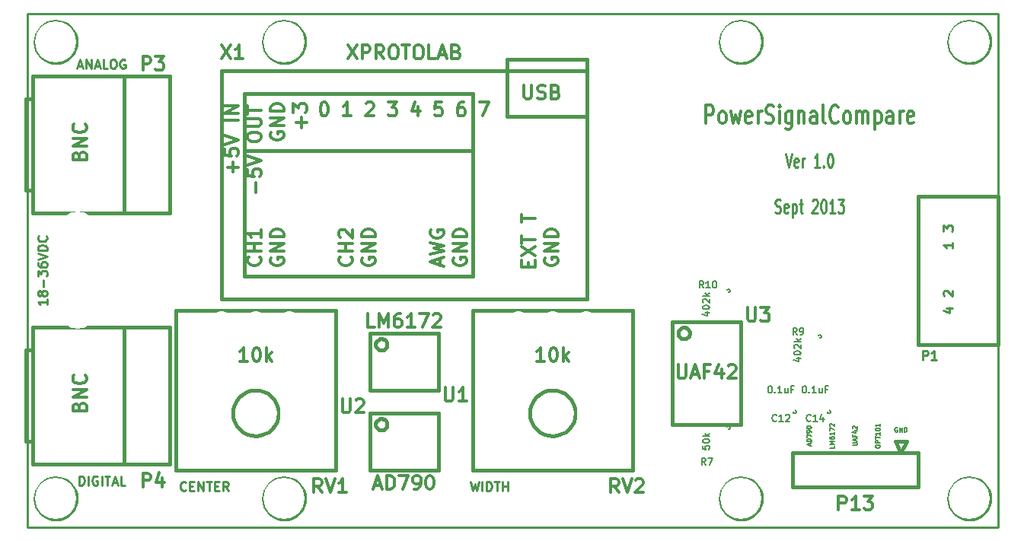
<source format=gto>
G04 (created by PCBNEW-RS274X (2011-05-25)-stable) date Wed 18 Sep 2013 05:27:13 PM EDT*
G01*
G70*
G90*
%MOIN*%
G04 Gerber Fmt 3.4, Leading zero omitted, Abs format*
%FSLAX34Y34*%
G04 APERTURE LIST*
%ADD10C,0.006000*%
%ADD11C,0.010000*%
%ADD12C,0.005000*%
%ADD13C,0.009000*%
%ADD14C,0.012000*%
%ADD15C,0.015000*%
%ADD16C,0.127000*%
%ADD17C,0.076000*%
%ADD18R,0.076000X0.076000*%
%ADD19C,0.180000*%
%ADD20C,0.080000*%
%ADD21R,0.080000X0.045000*%
%ADD22C,0.100000*%
%ADD23R,0.070000X0.120000*%
%ADD24R,0.120000X0.070000*%
%ADD25C,0.220000*%
%ADD26C,0.096000*%
%ADD27C,0.160000*%
%ADD28C,0.140000*%
%ADD29R,0.085000X0.085000*%
%ADD30C,0.085000*%
%ADD31C,0.093000*%
%ADD32R,0.093000X0.093000*%
G04 APERTURE END LIST*
G54D10*
G54D11*
X30362Y-43026D02*
X30362Y-43255D01*
X30362Y-43141D02*
X29962Y-43141D01*
X30019Y-43179D01*
X30057Y-43217D01*
X30076Y-43255D01*
X30133Y-42798D02*
X30114Y-42836D01*
X30095Y-42855D01*
X30057Y-42874D01*
X30038Y-42874D01*
X30000Y-42855D01*
X29981Y-42836D01*
X29962Y-42798D01*
X29962Y-42721D01*
X29981Y-42683D01*
X30000Y-42664D01*
X30038Y-42645D01*
X30057Y-42645D01*
X30095Y-42664D01*
X30114Y-42683D01*
X30133Y-42721D01*
X30133Y-42798D01*
X30152Y-42836D01*
X30171Y-42855D01*
X30210Y-42874D01*
X30286Y-42874D01*
X30324Y-42855D01*
X30343Y-42836D01*
X30362Y-42798D01*
X30362Y-42721D01*
X30343Y-42683D01*
X30324Y-42664D01*
X30286Y-42645D01*
X30210Y-42645D01*
X30171Y-42664D01*
X30152Y-42683D01*
X30133Y-42721D01*
X30210Y-42474D02*
X30210Y-42169D01*
X29962Y-42017D02*
X29962Y-41769D01*
X30114Y-41903D01*
X30114Y-41845D01*
X30133Y-41807D01*
X30152Y-41788D01*
X30190Y-41769D01*
X30286Y-41769D01*
X30324Y-41788D01*
X30343Y-41807D01*
X30362Y-41845D01*
X30362Y-41960D01*
X30343Y-41998D01*
X30324Y-42017D01*
X29962Y-41426D02*
X29962Y-41503D01*
X29981Y-41541D01*
X30000Y-41560D01*
X30057Y-41598D01*
X30133Y-41617D01*
X30286Y-41617D01*
X30324Y-41598D01*
X30343Y-41579D01*
X30362Y-41541D01*
X30362Y-41464D01*
X30343Y-41426D01*
X30324Y-41407D01*
X30286Y-41388D01*
X30190Y-41388D01*
X30152Y-41407D01*
X30133Y-41426D01*
X30114Y-41464D01*
X30114Y-41541D01*
X30133Y-41579D01*
X30152Y-41598D01*
X30190Y-41617D01*
X29962Y-41274D02*
X30362Y-41141D01*
X29962Y-41007D01*
X30362Y-40874D02*
X29962Y-40874D01*
X29962Y-40779D01*
X29981Y-40721D01*
X30019Y-40683D01*
X30057Y-40664D01*
X30133Y-40645D01*
X30190Y-40645D01*
X30267Y-40664D01*
X30305Y-40683D01*
X30343Y-40721D01*
X30362Y-40779D01*
X30362Y-40874D01*
X30324Y-40245D02*
X30343Y-40264D01*
X30362Y-40321D01*
X30362Y-40359D01*
X30343Y-40417D01*
X30305Y-40455D01*
X30267Y-40474D01*
X30190Y-40493D01*
X30133Y-40493D01*
X30057Y-40474D01*
X30019Y-40455D01*
X29981Y-40417D01*
X29962Y-40359D01*
X29962Y-40321D01*
X29981Y-40264D01*
X30000Y-40245D01*
X31769Y-51162D02*
X31769Y-50762D01*
X31864Y-50762D01*
X31922Y-50781D01*
X31960Y-50819D01*
X31979Y-50857D01*
X31998Y-50933D01*
X31998Y-50990D01*
X31979Y-51067D01*
X31960Y-51105D01*
X31922Y-51143D01*
X31864Y-51162D01*
X31769Y-51162D01*
X32169Y-51162D02*
X32169Y-50762D01*
X32569Y-50781D02*
X32531Y-50762D01*
X32474Y-50762D01*
X32416Y-50781D01*
X32378Y-50819D01*
X32359Y-50857D01*
X32340Y-50933D01*
X32340Y-50990D01*
X32359Y-51067D01*
X32378Y-51105D01*
X32416Y-51143D01*
X32474Y-51162D01*
X32512Y-51162D01*
X32569Y-51143D01*
X32588Y-51124D01*
X32588Y-50990D01*
X32512Y-50990D01*
X32759Y-51162D02*
X32759Y-50762D01*
X32892Y-50762D02*
X33121Y-50762D01*
X33006Y-51162D02*
X33006Y-50762D01*
X33235Y-51048D02*
X33426Y-51048D01*
X33197Y-51162D02*
X33330Y-50762D01*
X33464Y-51162D01*
X33788Y-51162D02*
X33597Y-51162D01*
X33597Y-50762D01*
X31702Y-32798D02*
X31893Y-32798D01*
X31664Y-32912D02*
X31797Y-32512D01*
X31931Y-32912D01*
X32064Y-32912D02*
X32064Y-32512D01*
X32293Y-32912D01*
X32293Y-32512D01*
X32464Y-32798D02*
X32655Y-32798D01*
X32426Y-32912D02*
X32559Y-32512D01*
X32693Y-32912D01*
X33017Y-32912D02*
X32826Y-32912D01*
X32826Y-32512D01*
X33226Y-32512D02*
X33303Y-32512D01*
X33341Y-32531D01*
X33379Y-32569D01*
X33398Y-32645D01*
X33398Y-32779D01*
X33379Y-32855D01*
X33341Y-32893D01*
X33303Y-32912D01*
X33226Y-32912D01*
X33188Y-32893D01*
X33150Y-32855D01*
X33131Y-32779D01*
X33131Y-32645D01*
X33150Y-32569D01*
X33188Y-32531D01*
X33226Y-32512D01*
X33779Y-32531D02*
X33741Y-32512D01*
X33684Y-32512D01*
X33626Y-32531D01*
X33588Y-32569D01*
X33569Y-32607D01*
X33550Y-32683D01*
X33550Y-32740D01*
X33569Y-32817D01*
X33588Y-32855D01*
X33626Y-32893D01*
X33684Y-32912D01*
X33722Y-32912D01*
X33779Y-32893D01*
X33798Y-32874D01*
X33798Y-32740D01*
X33722Y-32740D01*
X48922Y-51012D02*
X49017Y-51412D01*
X49094Y-51126D01*
X49170Y-51412D01*
X49265Y-51012D01*
X49417Y-51412D02*
X49417Y-51012D01*
X49607Y-51412D02*
X49607Y-51012D01*
X49702Y-51012D01*
X49760Y-51031D01*
X49798Y-51069D01*
X49817Y-51107D01*
X49836Y-51183D01*
X49836Y-51240D01*
X49817Y-51317D01*
X49798Y-51355D01*
X49760Y-51393D01*
X49702Y-51412D01*
X49607Y-51412D01*
X49950Y-51012D02*
X50179Y-51012D01*
X50064Y-51412D02*
X50064Y-51012D01*
X50312Y-51412D02*
X50312Y-51012D01*
X50312Y-51202D02*
X50541Y-51202D01*
X50541Y-51412D02*
X50541Y-51012D01*
X36450Y-51374D02*
X36431Y-51393D01*
X36374Y-51412D01*
X36336Y-51412D01*
X36278Y-51393D01*
X36240Y-51355D01*
X36221Y-51317D01*
X36202Y-51240D01*
X36202Y-51183D01*
X36221Y-51107D01*
X36240Y-51069D01*
X36278Y-51031D01*
X36336Y-51012D01*
X36374Y-51012D01*
X36431Y-51031D01*
X36450Y-51050D01*
X36621Y-51202D02*
X36755Y-51202D01*
X36812Y-51412D02*
X36621Y-51412D01*
X36621Y-51012D01*
X36812Y-51012D01*
X36983Y-51412D02*
X36983Y-51012D01*
X37212Y-51412D01*
X37212Y-51012D01*
X37345Y-51012D02*
X37574Y-51012D01*
X37459Y-51412D02*
X37459Y-51012D01*
X37707Y-51202D02*
X37841Y-51202D01*
X37898Y-51412D02*
X37707Y-51412D01*
X37707Y-51012D01*
X37898Y-51012D01*
X38298Y-51412D02*
X38164Y-51221D01*
X38069Y-51412D02*
X38069Y-51012D01*
X38222Y-51012D01*
X38260Y-51031D01*
X38279Y-51050D01*
X38298Y-51088D01*
X38298Y-51145D01*
X38279Y-51183D01*
X38260Y-51202D01*
X38222Y-51221D01*
X38069Y-51221D01*
G54D12*
X67597Y-48640D02*
X67578Y-48631D01*
X67550Y-48631D01*
X67521Y-48640D01*
X67502Y-48660D01*
X67493Y-48679D01*
X67483Y-48717D01*
X67483Y-48745D01*
X67493Y-48783D01*
X67502Y-48802D01*
X67521Y-48821D01*
X67550Y-48831D01*
X67569Y-48831D01*
X67597Y-48821D01*
X67607Y-48812D01*
X67607Y-48745D01*
X67569Y-48745D01*
X67693Y-48831D02*
X67693Y-48631D01*
X67807Y-48831D01*
X67807Y-48631D01*
X67903Y-48831D02*
X67903Y-48631D01*
X67950Y-48631D01*
X67979Y-48640D01*
X67998Y-48660D01*
X68007Y-48679D01*
X68017Y-48717D01*
X68017Y-48745D01*
X68007Y-48783D01*
X67998Y-48802D01*
X67979Y-48821D01*
X67950Y-48831D01*
X67903Y-48831D01*
X66631Y-49480D02*
X66631Y-49442D01*
X66640Y-49423D01*
X66660Y-49404D01*
X66698Y-49395D01*
X66764Y-49395D01*
X66802Y-49404D01*
X66821Y-49423D01*
X66831Y-49442D01*
X66831Y-49480D01*
X66821Y-49499D01*
X66802Y-49518D01*
X66764Y-49528D01*
X66698Y-49528D01*
X66660Y-49518D01*
X66640Y-49499D01*
X66631Y-49480D01*
X66831Y-49308D02*
X66631Y-49308D01*
X66631Y-49232D01*
X66640Y-49213D01*
X66650Y-49204D01*
X66669Y-49194D01*
X66698Y-49194D01*
X66717Y-49204D01*
X66726Y-49213D01*
X66736Y-49232D01*
X66736Y-49308D01*
X66631Y-49137D02*
X66631Y-49023D01*
X66831Y-49080D02*
X66631Y-49080D01*
X66831Y-48852D02*
X66831Y-48966D01*
X66831Y-48909D02*
X66631Y-48909D01*
X66660Y-48928D01*
X66679Y-48947D01*
X66688Y-48966D01*
X66631Y-48728D02*
X66631Y-48709D01*
X66640Y-48690D01*
X66650Y-48681D01*
X66669Y-48671D01*
X66707Y-48662D01*
X66755Y-48662D01*
X66793Y-48671D01*
X66812Y-48681D01*
X66821Y-48690D01*
X66831Y-48709D01*
X66831Y-48728D01*
X66821Y-48747D01*
X66812Y-48757D01*
X66793Y-48766D01*
X66755Y-48776D01*
X66707Y-48776D01*
X66669Y-48766D01*
X66650Y-48757D01*
X66640Y-48747D01*
X66631Y-48728D01*
X66831Y-48472D02*
X66831Y-48586D01*
X66831Y-48529D02*
X66631Y-48529D01*
X66660Y-48548D01*
X66679Y-48567D01*
X66688Y-48586D01*
X65631Y-49418D02*
X65793Y-49418D01*
X65812Y-49409D01*
X65821Y-49399D01*
X65831Y-49380D01*
X65831Y-49342D01*
X65821Y-49323D01*
X65812Y-49314D01*
X65793Y-49304D01*
X65631Y-49304D01*
X65774Y-49218D02*
X65774Y-49123D01*
X65831Y-49237D02*
X65631Y-49170D01*
X65831Y-49104D01*
X65726Y-48971D02*
X65726Y-49037D01*
X65831Y-49037D02*
X65631Y-49037D01*
X65631Y-48942D01*
X65698Y-48781D02*
X65831Y-48781D01*
X65621Y-48828D02*
X65764Y-48876D01*
X65764Y-48752D01*
X65650Y-48686D02*
X65640Y-48676D01*
X65631Y-48657D01*
X65631Y-48610D01*
X65640Y-48591D01*
X65650Y-48581D01*
X65669Y-48572D01*
X65688Y-48572D01*
X65717Y-48581D01*
X65831Y-48695D01*
X65831Y-48572D01*
X63774Y-49432D02*
X63774Y-49337D01*
X63831Y-49451D02*
X63631Y-49384D01*
X63831Y-49318D01*
X63831Y-49251D02*
X63631Y-49251D01*
X63631Y-49204D01*
X63640Y-49175D01*
X63660Y-49156D01*
X63679Y-49147D01*
X63717Y-49137D01*
X63745Y-49137D01*
X63783Y-49147D01*
X63802Y-49156D01*
X63821Y-49175D01*
X63831Y-49204D01*
X63831Y-49251D01*
X63631Y-49070D02*
X63631Y-48937D01*
X63831Y-49023D01*
X63831Y-48852D02*
X63831Y-48814D01*
X63821Y-48795D01*
X63812Y-48785D01*
X63783Y-48766D01*
X63745Y-48757D01*
X63669Y-48757D01*
X63650Y-48766D01*
X63640Y-48776D01*
X63631Y-48795D01*
X63631Y-48833D01*
X63640Y-48852D01*
X63650Y-48861D01*
X63669Y-48871D01*
X63717Y-48871D01*
X63736Y-48861D01*
X63745Y-48852D01*
X63755Y-48833D01*
X63755Y-48795D01*
X63745Y-48776D01*
X63736Y-48766D01*
X63717Y-48757D01*
X63631Y-48633D02*
X63631Y-48614D01*
X63640Y-48595D01*
X63650Y-48586D01*
X63669Y-48576D01*
X63707Y-48567D01*
X63755Y-48567D01*
X63793Y-48576D01*
X63812Y-48586D01*
X63821Y-48595D01*
X63831Y-48614D01*
X63831Y-48633D01*
X63821Y-48652D01*
X63812Y-48662D01*
X63793Y-48671D01*
X63755Y-48681D01*
X63707Y-48681D01*
X63669Y-48671D01*
X63650Y-48662D01*
X63640Y-48652D01*
X63631Y-48633D01*
X64831Y-49432D02*
X64831Y-49527D01*
X64631Y-49527D01*
X64831Y-49365D02*
X64631Y-49365D01*
X64774Y-49299D01*
X64631Y-49232D01*
X64831Y-49232D01*
X64631Y-49051D02*
X64631Y-49089D01*
X64640Y-49108D01*
X64650Y-49117D01*
X64679Y-49136D01*
X64717Y-49146D01*
X64793Y-49146D01*
X64812Y-49136D01*
X64821Y-49127D01*
X64831Y-49108D01*
X64831Y-49070D01*
X64821Y-49051D01*
X64812Y-49041D01*
X64793Y-49032D01*
X64745Y-49032D01*
X64726Y-49041D01*
X64717Y-49051D01*
X64707Y-49070D01*
X64707Y-49108D01*
X64717Y-49127D01*
X64726Y-49136D01*
X64745Y-49146D01*
X64831Y-48842D02*
X64831Y-48956D01*
X64831Y-48899D02*
X64631Y-48899D01*
X64660Y-48918D01*
X64679Y-48937D01*
X64688Y-48956D01*
X64631Y-48775D02*
X64631Y-48642D01*
X64831Y-48728D01*
X64650Y-48576D02*
X64640Y-48566D01*
X64631Y-48547D01*
X64631Y-48500D01*
X64640Y-48481D01*
X64650Y-48471D01*
X64669Y-48462D01*
X64688Y-48462D01*
X64717Y-48471D01*
X64831Y-48585D01*
X64831Y-48462D01*
G54D13*
X29500Y-30500D02*
X29500Y-53000D01*
X72000Y-30500D02*
X29500Y-30500D01*
X72000Y-53000D02*
X72000Y-30500D01*
X29500Y-53000D02*
X72000Y-53000D01*
G54D11*
X62254Y-39214D02*
X62311Y-39243D01*
X62407Y-39243D01*
X62445Y-39214D01*
X62464Y-39186D01*
X62483Y-39129D01*
X62483Y-39071D01*
X62464Y-39014D01*
X62445Y-38986D01*
X62407Y-38957D01*
X62330Y-38929D01*
X62292Y-38900D01*
X62273Y-38871D01*
X62254Y-38814D01*
X62254Y-38757D01*
X62273Y-38700D01*
X62292Y-38671D01*
X62330Y-38643D01*
X62426Y-38643D01*
X62483Y-38671D01*
X62807Y-39214D02*
X62769Y-39243D01*
X62692Y-39243D01*
X62654Y-39214D01*
X62635Y-39157D01*
X62635Y-38929D01*
X62654Y-38871D01*
X62692Y-38843D01*
X62769Y-38843D01*
X62807Y-38871D01*
X62826Y-38929D01*
X62826Y-38986D01*
X62635Y-39043D01*
X62997Y-38843D02*
X62997Y-39443D01*
X62997Y-38871D02*
X63035Y-38843D01*
X63112Y-38843D01*
X63150Y-38871D01*
X63169Y-38900D01*
X63188Y-38957D01*
X63188Y-39129D01*
X63169Y-39186D01*
X63150Y-39214D01*
X63112Y-39243D01*
X63035Y-39243D01*
X62997Y-39214D01*
X63302Y-38843D02*
X63454Y-38843D01*
X63359Y-38643D02*
X63359Y-39157D01*
X63378Y-39214D01*
X63416Y-39243D01*
X63454Y-39243D01*
X63874Y-38700D02*
X63893Y-38671D01*
X63931Y-38643D01*
X64027Y-38643D01*
X64065Y-38671D01*
X64084Y-38700D01*
X64103Y-38757D01*
X64103Y-38814D01*
X64084Y-38900D01*
X63855Y-39243D01*
X64103Y-39243D01*
X64350Y-38643D02*
X64389Y-38643D01*
X64427Y-38671D01*
X64446Y-38700D01*
X64465Y-38757D01*
X64484Y-38871D01*
X64484Y-39014D01*
X64465Y-39129D01*
X64446Y-39186D01*
X64427Y-39214D01*
X64389Y-39243D01*
X64350Y-39243D01*
X64312Y-39214D01*
X64293Y-39186D01*
X64274Y-39129D01*
X64255Y-39014D01*
X64255Y-38871D01*
X64274Y-38757D01*
X64293Y-38700D01*
X64312Y-38671D01*
X64350Y-38643D01*
X64865Y-39243D02*
X64636Y-39243D01*
X64750Y-39243D02*
X64750Y-38643D01*
X64712Y-38729D01*
X64674Y-38786D01*
X64636Y-38814D01*
X64998Y-38643D02*
X65246Y-38643D01*
X65112Y-38871D01*
X65170Y-38871D01*
X65208Y-38900D01*
X65227Y-38929D01*
X65246Y-38986D01*
X65246Y-39129D01*
X65227Y-39186D01*
X65208Y-39214D01*
X65170Y-39243D01*
X65055Y-39243D01*
X65017Y-39214D01*
X64998Y-39186D01*
X62693Y-36643D02*
X62826Y-37243D01*
X62960Y-36643D01*
X63246Y-37214D02*
X63208Y-37243D01*
X63131Y-37243D01*
X63093Y-37214D01*
X63074Y-37157D01*
X63074Y-36929D01*
X63093Y-36871D01*
X63131Y-36843D01*
X63208Y-36843D01*
X63246Y-36871D01*
X63265Y-36929D01*
X63265Y-36986D01*
X63074Y-37043D01*
X63436Y-37243D02*
X63436Y-36843D01*
X63436Y-36957D02*
X63455Y-36900D01*
X63474Y-36871D01*
X63512Y-36843D01*
X63551Y-36843D01*
X64199Y-37243D02*
X63970Y-37243D01*
X64084Y-37243D02*
X64084Y-36643D01*
X64046Y-36729D01*
X64008Y-36786D01*
X63970Y-36814D01*
X64370Y-37186D02*
X64389Y-37214D01*
X64370Y-37243D01*
X64351Y-37214D01*
X64370Y-37186D01*
X64370Y-37243D01*
X64636Y-36643D02*
X64675Y-36643D01*
X64713Y-36671D01*
X64732Y-36700D01*
X64751Y-36757D01*
X64770Y-36871D01*
X64770Y-37014D01*
X64751Y-37129D01*
X64732Y-37186D01*
X64713Y-37214D01*
X64675Y-37243D01*
X64636Y-37243D01*
X64598Y-37214D01*
X64579Y-37186D01*
X64560Y-37129D01*
X64541Y-37014D01*
X64541Y-36871D01*
X64560Y-36757D01*
X64579Y-36700D01*
X64598Y-36671D01*
X64636Y-36643D01*
G54D14*
X59208Y-35324D02*
X59208Y-34524D01*
X59436Y-34524D01*
X59494Y-34562D01*
X59522Y-34600D01*
X59551Y-34676D01*
X59551Y-34790D01*
X59522Y-34867D01*
X59494Y-34905D01*
X59436Y-34943D01*
X59208Y-34943D01*
X59894Y-35324D02*
X59836Y-35286D01*
X59808Y-35248D01*
X59779Y-35171D01*
X59779Y-34943D01*
X59808Y-34867D01*
X59836Y-34829D01*
X59894Y-34790D01*
X59979Y-34790D01*
X60036Y-34829D01*
X60065Y-34867D01*
X60094Y-34943D01*
X60094Y-35171D01*
X60065Y-35248D01*
X60036Y-35286D01*
X59979Y-35324D01*
X59894Y-35324D01*
X60294Y-34790D02*
X60408Y-35324D01*
X60522Y-34943D01*
X60637Y-35324D01*
X60751Y-34790D01*
X61208Y-35286D02*
X61151Y-35324D01*
X61037Y-35324D01*
X60980Y-35286D01*
X60951Y-35210D01*
X60951Y-34905D01*
X60980Y-34829D01*
X61037Y-34790D01*
X61151Y-34790D01*
X61208Y-34829D01*
X61237Y-34905D01*
X61237Y-34981D01*
X60951Y-35057D01*
X61494Y-35324D02*
X61494Y-34790D01*
X61494Y-34943D02*
X61522Y-34867D01*
X61551Y-34829D01*
X61608Y-34790D01*
X61665Y-34790D01*
X61836Y-35286D02*
X61922Y-35324D01*
X62065Y-35324D01*
X62122Y-35286D01*
X62151Y-35248D01*
X62179Y-35171D01*
X62179Y-35095D01*
X62151Y-35019D01*
X62122Y-34981D01*
X62065Y-34943D01*
X61951Y-34905D01*
X61893Y-34867D01*
X61865Y-34829D01*
X61836Y-34752D01*
X61836Y-34676D01*
X61865Y-34600D01*
X61893Y-34562D01*
X61951Y-34524D01*
X62093Y-34524D01*
X62179Y-34562D01*
X62436Y-35324D02*
X62436Y-34790D01*
X62436Y-34524D02*
X62407Y-34562D01*
X62436Y-34600D01*
X62464Y-34562D01*
X62436Y-34524D01*
X62436Y-34600D01*
X62979Y-34790D02*
X62979Y-35438D01*
X62950Y-35514D01*
X62922Y-35552D01*
X62865Y-35590D01*
X62779Y-35590D01*
X62722Y-35552D01*
X62979Y-35286D02*
X62922Y-35324D01*
X62808Y-35324D01*
X62750Y-35286D01*
X62722Y-35248D01*
X62693Y-35171D01*
X62693Y-34943D01*
X62722Y-34867D01*
X62750Y-34829D01*
X62808Y-34790D01*
X62922Y-34790D01*
X62979Y-34829D01*
X63265Y-34790D02*
X63265Y-35324D01*
X63265Y-34867D02*
X63293Y-34829D01*
X63351Y-34790D01*
X63436Y-34790D01*
X63493Y-34829D01*
X63522Y-34905D01*
X63522Y-35324D01*
X64065Y-35324D02*
X64065Y-34905D01*
X64036Y-34829D01*
X63979Y-34790D01*
X63865Y-34790D01*
X63808Y-34829D01*
X64065Y-35286D02*
X64008Y-35324D01*
X63865Y-35324D01*
X63808Y-35286D01*
X63779Y-35210D01*
X63779Y-35133D01*
X63808Y-35057D01*
X63865Y-35019D01*
X64008Y-35019D01*
X64065Y-34981D01*
X64437Y-35324D02*
X64379Y-35286D01*
X64351Y-35210D01*
X64351Y-34524D01*
X65008Y-35248D02*
X64979Y-35286D01*
X64893Y-35324D01*
X64836Y-35324D01*
X64751Y-35286D01*
X64693Y-35210D01*
X64665Y-35133D01*
X64636Y-34981D01*
X64636Y-34867D01*
X64665Y-34714D01*
X64693Y-34638D01*
X64751Y-34562D01*
X64836Y-34524D01*
X64893Y-34524D01*
X64979Y-34562D01*
X65008Y-34600D01*
X65351Y-35324D02*
X65293Y-35286D01*
X65265Y-35248D01*
X65236Y-35171D01*
X65236Y-34943D01*
X65265Y-34867D01*
X65293Y-34829D01*
X65351Y-34790D01*
X65436Y-34790D01*
X65493Y-34829D01*
X65522Y-34867D01*
X65551Y-34943D01*
X65551Y-35171D01*
X65522Y-35248D01*
X65493Y-35286D01*
X65436Y-35324D01*
X65351Y-35324D01*
X65808Y-35324D02*
X65808Y-34790D01*
X65808Y-34867D02*
X65836Y-34829D01*
X65894Y-34790D01*
X65979Y-34790D01*
X66036Y-34829D01*
X66065Y-34905D01*
X66065Y-35324D01*
X66065Y-34905D02*
X66094Y-34829D01*
X66151Y-34790D01*
X66236Y-34790D01*
X66294Y-34829D01*
X66322Y-34905D01*
X66322Y-35324D01*
X66608Y-34790D02*
X66608Y-35590D01*
X66608Y-34829D02*
X66665Y-34790D01*
X66779Y-34790D01*
X66836Y-34829D01*
X66865Y-34867D01*
X66894Y-34943D01*
X66894Y-35171D01*
X66865Y-35248D01*
X66836Y-35286D01*
X66779Y-35324D01*
X66665Y-35324D01*
X66608Y-35286D01*
X67408Y-35324D02*
X67408Y-34905D01*
X67379Y-34829D01*
X67322Y-34790D01*
X67208Y-34790D01*
X67151Y-34829D01*
X67408Y-35286D02*
X67351Y-35324D01*
X67208Y-35324D01*
X67151Y-35286D01*
X67122Y-35210D01*
X67122Y-35133D01*
X67151Y-35057D01*
X67208Y-35019D01*
X67351Y-35019D01*
X67408Y-34981D01*
X67694Y-35324D02*
X67694Y-34790D01*
X67694Y-34943D02*
X67722Y-34867D01*
X67751Y-34829D01*
X67808Y-34790D01*
X67865Y-34790D01*
X68293Y-35286D02*
X68236Y-35324D01*
X68122Y-35324D01*
X68065Y-35286D01*
X68036Y-35210D01*
X68036Y-34905D01*
X68065Y-34829D01*
X68122Y-34790D01*
X68236Y-34790D01*
X68293Y-34829D01*
X68322Y-34905D01*
X68322Y-34981D01*
X68036Y-35057D01*
G54D15*
X72000Y-38500D02*
X68500Y-38500D01*
X68500Y-38500D02*
X68500Y-45000D01*
X68500Y-45000D02*
X72000Y-45000D01*
X72000Y-38500D02*
X72000Y-45000D01*
X31650Y-51750D02*
X31632Y-51924D01*
X31582Y-52092D01*
X31499Y-52248D01*
X31388Y-52384D01*
X31253Y-52496D01*
X31098Y-52579D01*
X30930Y-52631D01*
X30756Y-52649D01*
X30582Y-52634D01*
X30413Y-52584D01*
X30258Y-52503D01*
X30121Y-52393D01*
X30008Y-52258D01*
X29923Y-52104D01*
X29870Y-51937D01*
X29851Y-51762D01*
X29865Y-51588D01*
X29914Y-51419D01*
X29994Y-51263D01*
X30103Y-51125D01*
X30237Y-51011D01*
X30390Y-50926D01*
X30557Y-50871D01*
X30732Y-50851D01*
X30906Y-50864D01*
X31075Y-50911D01*
X31232Y-50991D01*
X31370Y-51099D01*
X31485Y-51232D01*
X31572Y-51384D01*
X31627Y-51551D01*
X31649Y-51725D01*
X31650Y-51750D01*
X41650Y-51750D02*
X41632Y-51924D01*
X41582Y-52092D01*
X41499Y-52248D01*
X41388Y-52384D01*
X41253Y-52496D01*
X41098Y-52579D01*
X40930Y-52631D01*
X40756Y-52649D01*
X40582Y-52634D01*
X40413Y-52584D01*
X40258Y-52503D01*
X40121Y-52393D01*
X40008Y-52258D01*
X39923Y-52104D01*
X39870Y-51937D01*
X39851Y-51762D01*
X39865Y-51588D01*
X39914Y-51419D01*
X39994Y-51263D01*
X40103Y-51125D01*
X40237Y-51011D01*
X40390Y-50926D01*
X40557Y-50871D01*
X40732Y-50851D01*
X40906Y-50864D01*
X41075Y-50911D01*
X41232Y-50991D01*
X41370Y-51099D01*
X41485Y-51232D01*
X41572Y-51384D01*
X41627Y-51551D01*
X41649Y-51725D01*
X41650Y-51750D01*
X31650Y-31750D02*
X31632Y-31924D01*
X31582Y-32092D01*
X31499Y-32248D01*
X31388Y-32384D01*
X31253Y-32496D01*
X31098Y-32579D01*
X30930Y-32631D01*
X30756Y-32649D01*
X30582Y-32634D01*
X30413Y-32584D01*
X30258Y-32503D01*
X30121Y-32393D01*
X30008Y-32258D01*
X29923Y-32104D01*
X29870Y-31937D01*
X29851Y-31762D01*
X29865Y-31588D01*
X29914Y-31419D01*
X29994Y-31263D01*
X30103Y-31125D01*
X30237Y-31011D01*
X30390Y-30926D01*
X30557Y-30871D01*
X30732Y-30851D01*
X30906Y-30864D01*
X31075Y-30911D01*
X31232Y-30991D01*
X31370Y-31099D01*
X31485Y-31232D01*
X31572Y-31384D01*
X31627Y-31551D01*
X31649Y-31725D01*
X31650Y-31750D01*
X61650Y-51750D02*
X61632Y-51924D01*
X61582Y-52092D01*
X61499Y-52248D01*
X61388Y-52384D01*
X61253Y-52496D01*
X61098Y-52579D01*
X60930Y-52631D01*
X60756Y-52649D01*
X60582Y-52634D01*
X60413Y-52584D01*
X60258Y-52503D01*
X60121Y-52393D01*
X60008Y-52258D01*
X59923Y-52104D01*
X59870Y-51937D01*
X59851Y-51762D01*
X59865Y-51588D01*
X59914Y-51419D01*
X59994Y-51263D01*
X60103Y-51125D01*
X60237Y-51011D01*
X60390Y-50926D01*
X60557Y-50871D01*
X60732Y-50851D01*
X60906Y-50864D01*
X61075Y-50911D01*
X61232Y-50991D01*
X61370Y-51099D01*
X61485Y-51232D01*
X61572Y-51384D01*
X61627Y-51551D01*
X61649Y-51725D01*
X61650Y-51750D01*
X71650Y-31750D02*
X71632Y-31924D01*
X71582Y-32092D01*
X71499Y-32248D01*
X71388Y-32384D01*
X71253Y-32496D01*
X71098Y-32579D01*
X70930Y-32631D01*
X70756Y-32649D01*
X70582Y-32634D01*
X70413Y-32584D01*
X70258Y-32503D01*
X70121Y-32393D01*
X70008Y-32258D01*
X69923Y-32104D01*
X69870Y-31937D01*
X69851Y-31762D01*
X69865Y-31588D01*
X69914Y-31419D01*
X69994Y-31263D01*
X70103Y-31125D01*
X70237Y-31011D01*
X70390Y-30926D01*
X70557Y-30871D01*
X70732Y-30851D01*
X70906Y-30864D01*
X71075Y-30911D01*
X71232Y-30991D01*
X71370Y-31099D01*
X71485Y-31232D01*
X71572Y-31384D01*
X71627Y-31551D01*
X71649Y-31725D01*
X71650Y-31750D01*
X71650Y-51750D02*
X71632Y-51924D01*
X71582Y-52092D01*
X71499Y-52248D01*
X71388Y-52384D01*
X71253Y-52496D01*
X71098Y-52579D01*
X70930Y-52631D01*
X70756Y-52649D01*
X70582Y-52634D01*
X70413Y-52584D01*
X70258Y-52503D01*
X70121Y-52393D01*
X70008Y-52258D01*
X69923Y-52104D01*
X69870Y-51937D01*
X69851Y-51762D01*
X69865Y-51588D01*
X69914Y-51419D01*
X69994Y-51263D01*
X70103Y-51125D01*
X70237Y-51011D01*
X70390Y-50926D01*
X70557Y-50871D01*
X70732Y-50851D01*
X70906Y-50864D01*
X71075Y-50911D01*
X71232Y-50991D01*
X71370Y-51099D01*
X71485Y-51232D01*
X71572Y-51384D01*
X71627Y-51551D01*
X71649Y-51725D01*
X71650Y-51750D01*
X49000Y-36500D02*
X39000Y-36500D01*
X49000Y-34000D02*
X39000Y-34000D01*
X39000Y-34000D02*
X39000Y-42000D01*
X39000Y-42000D02*
X49000Y-42000D01*
X49000Y-42000D02*
X49000Y-34000D01*
X50500Y-32500D02*
X54000Y-32500D01*
X54000Y-32500D02*
X54000Y-33000D01*
X50500Y-32500D02*
X50500Y-35000D01*
X50500Y-35000D02*
X54000Y-35000D01*
X38000Y-33000D02*
X38000Y-43000D01*
X38000Y-43000D02*
X54000Y-43000D01*
X54000Y-43000D02*
X54000Y-33000D01*
X54000Y-33000D02*
X38000Y-33000D01*
X58500Y-44500D02*
X58495Y-44548D01*
X58481Y-44595D01*
X58458Y-44638D01*
X58427Y-44676D01*
X58389Y-44707D01*
X58346Y-44730D01*
X58300Y-44744D01*
X58251Y-44749D01*
X58204Y-44745D01*
X58157Y-44731D01*
X58114Y-44709D01*
X58076Y-44678D01*
X58044Y-44641D01*
X58021Y-44598D01*
X58006Y-44551D01*
X58001Y-44503D01*
X58005Y-44455D01*
X58018Y-44408D01*
X58040Y-44365D01*
X58071Y-44327D01*
X58108Y-44295D01*
X58150Y-44271D01*
X58197Y-44256D01*
X58245Y-44251D01*
X58293Y-44254D01*
X58340Y-44267D01*
X58383Y-44289D01*
X58422Y-44319D01*
X58454Y-44356D01*
X58478Y-44399D01*
X58493Y-44445D01*
X58499Y-44494D01*
X58500Y-44500D01*
X57750Y-44000D02*
X57750Y-48500D01*
X57750Y-48500D02*
X60750Y-48500D01*
X60750Y-48500D02*
X60750Y-44000D01*
X60750Y-44000D02*
X57750Y-44000D01*
X44500Y-48000D02*
X47500Y-48000D01*
X47500Y-48000D02*
X47500Y-50500D01*
X47500Y-50500D02*
X44500Y-50500D01*
X44500Y-50500D02*
X44500Y-48000D01*
X45250Y-48500D02*
X45245Y-48548D01*
X45231Y-48595D01*
X45208Y-48638D01*
X45177Y-48676D01*
X45139Y-48707D01*
X45096Y-48730D01*
X45050Y-48744D01*
X45001Y-48749D01*
X44954Y-48745D01*
X44907Y-48731D01*
X44864Y-48709D01*
X44826Y-48678D01*
X44794Y-48641D01*
X44771Y-48598D01*
X44756Y-48551D01*
X44751Y-48503D01*
X44755Y-48455D01*
X44768Y-48408D01*
X44790Y-48365D01*
X44821Y-48327D01*
X44858Y-48295D01*
X44900Y-48271D01*
X44947Y-48256D01*
X44995Y-48251D01*
X45043Y-48254D01*
X45090Y-48267D01*
X45133Y-48289D01*
X45172Y-48319D01*
X45204Y-48356D01*
X45228Y-48399D01*
X45243Y-48445D01*
X45249Y-48494D01*
X45250Y-48500D01*
G54D12*
X60270Y-42650D02*
X60268Y-42663D01*
X60264Y-42676D01*
X60258Y-42688D01*
X60249Y-42699D01*
X60239Y-42708D01*
X60227Y-42714D01*
X60214Y-42718D01*
X60200Y-42719D01*
X60187Y-42718D01*
X60174Y-42714D01*
X60162Y-42708D01*
X60152Y-42700D01*
X60143Y-42689D01*
X60136Y-42677D01*
X60132Y-42664D01*
X60131Y-42650D01*
X60132Y-42638D01*
X60135Y-42625D01*
X60142Y-42613D01*
X60150Y-42602D01*
X60161Y-42593D01*
X60172Y-42586D01*
X60185Y-42582D01*
X60199Y-42581D01*
X60212Y-42582D01*
X60225Y-42585D01*
X60237Y-42591D01*
X60248Y-42600D01*
X60257Y-42610D01*
X60263Y-42622D01*
X60268Y-42635D01*
X60269Y-42649D01*
X60270Y-42650D01*
X59550Y-43800D02*
X60150Y-43800D01*
X60150Y-43800D02*
X60150Y-42700D01*
X60150Y-42700D02*
X59550Y-42700D01*
X58950Y-42700D02*
X58350Y-42700D01*
X58350Y-42700D02*
X58350Y-43800D01*
X58350Y-43800D02*
X58950Y-43800D01*
X64270Y-44650D02*
X64268Y-44663D01*
X64264Y-44676D01*
X64258Y-44688D01*
X64249Y-44699D01*
X64239Y-44708D01*
X64227Y-44714D01*
X64214Y-44718D01*
X64200Y-44719D01*
X64187Y-44718D01*
X64174Y-44714D01*
X64162Y-44708D01*
X64152Y-44700D01*
X64143Y-44689D01*
X64136Y-44677D01*
X64132Y-44664D01*
X64131Y-44650D01*
X64132Y-44638D01*
X64135Y-44625D01*
X64142Y-44613D01*
X64150Y-44602D01*
X64161Y-44593D01*
X64172Y-44586D01*
X64185Y-44582D01*
X64199Y-44581D01*
X64212Y-44582D01*
X64225Y-44585D01*
X64237Y-44591D01*
X64248Y-44600D01*
X64257Y-44610D01*
X64263Y-44622D01*
X64268Y-44635D01*
X64269Y-44649D01*
X64270Y-44650D01*
X63550Y-45800D02*
X64150Y-45800D01*
X64150Y-45800D02*
X64150Y-44700D01*
X64150Y-44700D02*
X63550Y-44700D01*
X62950Y-44700D02*
X62350Y-44700D01*
X62350Y-44700D02*
X62350Y-45800D01*
X62350Y-45800D02*
X62950Y-45800D01*
X60270Y-48650D02*
X60268Y-48663D01*
X60264Y-48676D01*
X60258Y-48688D01*
X60249Y-48699D01*
X60239Y-48708D01*
X60227Y-48714D01*
X60214Y-48718D01*
X60200Y-48719D01*
X60187Y-48718D01*
X60174Y-48714D01*
X60162Y-48708D01*
X60152Y-48700D01*
X60143Y-48689D01*
X60136Y-48677D01*
X60132Y-48664D01*
X60131Y-48650D01*
X60132Y-48638D01*
X60135Y-48625D01*
X60142Y-48613D01*
X60150Y-48602D01*
X60161Y-48593D01*
X60172Y-48586D01*
X60185Y-48582D01*
X60199Y-48581D01*
X60212Y-48582D01*
X60225Y-48585D01*
X60237Y-48591D01*
X60248Y-48600D01*
X60257Y-48610D01*
X60263Y-48622D01*
X60268Y-48635D01*
X60269Y-48649D01*
X60270Y-48650D01*
X59550Y-49800D02*
X60150Y-49800D01*
X60150Y-49800D02*
X60150Y-48700D01*
X60150Y-48700D02*
X59550Y-48700D01*
X58950Y-48700D02*
X58350Y-48700D01*
X58350Y-48700D02*
X58350Y-49800D01*
X58350Y-49800D02*
X58950Y-49800D01*
X64670Y-47950D02*
X64668Y-47963D01*
X64664Y-47976D01*
X64658Y-47988D01*
X64649Y-47999D01*
X64639Y-48008D01*
X64627Y-48014D01*
X64614Y-48018D01*
X64600Y-48019D01*
X64587Y-48018D01*
X64574Y-48014D01*
X64562Y-48008D01*
X64552Y-48000D01*
X64543Y-47989D01*
X64536Y-47977D01*
X64532Y-47964D01*
X64531Y-47950D01*
X64532Y-47938D01*
X64535Y-47925D01*
X64542Y-47913D01*
X64550Y-47902D01*
X64561Y-47893D01*
X64572Y-47886D01*
X64585Y-47882D01*
X64599Y-47881D01*
X64612Y-47882D01*
X64625Y-47885D01*
X64637Y-47891D01*
X64648Y-47900D01*
X64657Y-47910D01*
X64663Y-47922D01*
X64668Y-47935D01*
X64669Y-47949D01*
X64670Y-47950D01*
X63450Y-47300D02*
X63450Y-47900D01*
X63450Y-47900D02*
X64550Y-47900D01*
X64550Y-47900D02*
X64550Y-47300D01*
X64550Y-46700D02*
X64550Y-46100D01*
X64550Y-46100D02*
X63450Y-46100D01*
X63450Y-46100D02*
X63450Y-46700D01*
X63170Y-47950D02*
X63168Y-47963D01*
X63164Y-47976D01*
X63158Y-47988D01*
X63149Y-47999D01*
X63139Y-48008D01*
X63127Y-48014D01*
X63114Y-48018D01*
X63100Y-48019D01*
X63087Y-48018D01*
X63074Y-48014D01*
X63062Y-48008D01*
X63052Y-48000D01*
X63043Y-47989D01*
X63036Y-47977D01*
X63032Y-47964D01*
X63031Y-47950D01*
X63032Y-47938D01*
X63035Y-47925D01*
X63042Y-47913D01*
X63050Y-47902D01*
X63061Y-47893D01*
X63072Y-47886D01*
X63085Y-47882D01*
X63099Y-47881D01*
X63112Y-47882D01*
X63125Y-47885D01*
X63137Y-47891D01*
X63148Y-47900D01*
X63157Y-47910D01*
X63163Y-47922D01*
X63168Y-47935D01*
X63169Y-47949D01*
X63170Y-47950D01*
X61950Y-47300D02*
X61950Y-47900D01*
X61950Y-47900D02*
X63050Y-47900D01*
X63050Y-47900D02*
X63050Y-47300D01*
X63050Y-46700D02*
X63050Y-46100D01*
X63050Y-46100D02*
X61950Y-46100D01*
X61950Y-46100D02*
X61950Y-46700D01*
G54D15*
X40500Y-48000D02*
X40480Y-48194D01*
X40424Y-48381D01*
X40332Y-48553D01*
X40209Y-48704D01*
X40059Y-48829D01*
X39887Y-48921D01*
X39701Y-48979D01*
X39506Y-48999D01*
X39313Y-48982D01*
X39126Y-48927D01*
X38953Y-48836D01*
X38801Y-48714D01*
X38675Y-48564D01*
X38581Y-48393D01*
X38522Y-48207D01*
X38501Y-48013D01*
X38517Y-47820D01*
X38571Y-47632D01*
X38660Y-47459D01*
X38781Y-47306D01*
X38930Y-47179D01*
X39100Y-47084D01*
X39286Y-47024D01*
X39480Y-47001D01*
X39673Y-47016D01*
X39861Y-47068D01*
X40035Y-47156D01*
X40189Y-47276D01*
X40317Y-47424D01*
X40413Y-47594D01*
X40475Y-47779D01*
X40499Y-47973D01*
X40500Y-48000D01*
X43000Y-50500D02*
X36000Y-50500D01*
X36000Y-50500D02*
X36000Y-43500D01*
X36000Y-43500D02*
X43000Y-43500D01*
X43000Y-43500D02*
X43000Y-50500D01*
X53500Y-48000D02*
X53480Y-48194D01*
X53424Y-48381D01*
X53332Y-48553D01*
X53209Y-48704D01*
X53059Y-48829D01*
X52887Y-48921D01*
X52701Y-48979D01*
X52506Y-48999D01*
X52313Y-48982D01*
X52126Y-48927D01*
X51953Y-48836D01*
X51801Y-48714D01*
X51675Y-48564D01*
X51581Y-48393D01*
X51522Y-48207D01*
X51501Y-48013D01*
X51517Y-47820D01*
X51571Y-47632D01*
X51660Y-47459D01*
X51781Y-47306D01*
X51930Y-47179D01*
X52100Y-47084D01*
X52286Y-47024D01*
X52480Y-47001D01*
X52673Y-47016D01*
X52861Y-47068D01*
X53035Y-47156D01*
X53189Y-47276D01*
X53317Y-47424D01*
X53413Y-47594D01*
X53475Y-47779D01*
X53499Y-47973D01*
X53500Y-48000D01*
X56000Y-50500D02*
X49000Y-50500D01*
X49000Y-50500D02*
X49000Y-43500D01*
X49000Y-43500D02*
X56000Y-43500D01*
X56000Y-43500D02*
X56000Y-50500D01*
X41650Y-31750D02*
X41632Y-31924D01*
X41582Y-32092D01*
X41499Y-32248D01*
X41388Y-32384D01*
X41253Y-32496D01*
X41098Y-32579D01*
X40930Y-32631D01*
X40756Y-32649D01*
X40582Y-32634D01*
X40413Y-32584D01*
X40258Y-32503D01*
X40121Y-32393D01*
X40008Y-32258D01*
X39923Y-32104D01*
X39870Y-31937D01*
X39851Y-31762D01*
X39865Y-31588D01*
X39914Y-31419D01*
X39994Y-31263D01*
X40103Y-31125D01*
X40237Y-31011D01*
X40390Y-30926D01*
X40557Y-30871D01*
X40732Y-30851D01*
X40906Y-30864D01*
X41075Y-30911D01*
X41232Y-30991D01*
X41370Y-31099D01*
X41485Y-31232D01*
X41572Y-31384D01*
X41627Y-31551D01*
X41649Y-31725D01*
X41650Y-31750D01*
X29750Y-33250D02*
X35750Y-33250D01*
X29750Y-39250D02*
X35750Y-39250D01*
X29750Y-38250D02*
X29450Y-38250D01*
X29450Y-38250D02*
X29450Y-34250D01*
X29450Y-34250D02*
X29750Y-34250D01*
X33750Y-39250D02*
X33750Y-33250D01*
X29750Y-39250D02*
X29750Y-33250D01*
X35750Y-39250D02*
X35750Y-33250D01*
X29750Y-44250D02*
X35750Y-44250D01*
X29750Y-50250D02*
X35750Y-50250D01*
X29750Y-49250D02*
X29450Y-49250D01*
X29450Y-49250D02*
X29450Y-45250D01*
X29450Y-45250D02*
X29750Y-45250D01*
X33750Y-50250D02*
X33750Y-44250D01*
X29750Y-50250D02*
X29750Y-44250D01*
X35750Y-50250D02*
X35750Y-44250D01*
X44500Y-44500D02*
X47500Y-44500D01*
X47500Y-44500D02*
X47500Y-47000D01*
X47500Y-47000D02*
X44500Y-47000D01*
X44500Y-47000D02*
X44500Y-44500D01*
X45250Y-45000D02*
X45245Y-45048D01*
X45231Y-45095D01*
X45208Y-45138D01*
X45177Y-45176D01*
X45139Y-45207D01*
X45096Y-45230D01*
X45050Y-45244D01*
X45001Y-45249D01*
X44954Y-45245D01*
X44907Y-45231D01*
X44864Y-45209D01*
X44826Y-45178D01*
X44794Y-45141D01*
X44771Y-45098D01*
X44756Y-45051D01*
X44751Y-45003D01*
X44755Y-44955D01*
X44768Y-44908D01*
X44790Y-44865D01*
X44821Y-44827D01*
X44858Y-44795D01*
X44900Y-44771D01*
X44947Y-44756D01*
X44995Y-44751D01*
X45043Y-44754D01*
X45090Y-44767D01*
X45133Y-44789D01*
X45172Y-44819D01*
X45204Y-44856D01*
X45228Y-44899D01*
X45243Y-44945D01*
X45249Y-44994D01*
X45250Y-45000D01*
X63000Y-51250D02*
X68500Y-51250D01*
X63000Y-49750D02*
X68500Y-49750D01*
X67500Y-49250D02*
X67750Y-49750D01*
X67750Y-49750D02*
X68000Y-49250D01*
X68000Y-49250D02*
X67500Y-49250D01*
X63000Y-49750D02*
X63000Y-51250D01*
X68500Y-51250D02*
X68500Y-49750D01*
X61650Y-31750D02*
X61632Y-31924D01*
X61582Y-32092D01*
X61499Y-32248D01*
X61388Y-32384D01*
X61253Y-32496D01*
X61098Y-32579D01*
X60930Y-32631D01*
X60756Y-32649D01*
X60582Y-32634D01*
X60413Y-32584D01*
X60258Y-32503D01*
X60121Y-32393D01*
X60008Y-32258D01*
X59923Y-32104D01*
X59870Y-31937D01*
X59851Y-31762D01*
X59865Y-31588D01*
X59914Y-31419D01*
X59994Y-31263D01*
X60103Y-31125D01*
X60237Y-31011D01*
X60390Y-30926D01*
X60557Y-30871D01*
X60732Y-30851D01*
X60906Y-30864D01*
X61075Y-30911D01*
X61232Y-30991D01*
X61370Y-31099D01*
X61485Y-31232D01*
X61572Y-31384D01*
X61627Y-31551D01*
X61649Y-31725D01*
X61650Y-31750D01*
G54D11*
X68705Y-45662D02*
X68705Y-45262D01*
X68858Y-45262D01*
X68896Y-45281D01*
X68915Y-45300D01*
X68934Y-45338D01*
X68934Y-45395D01*
X68915Y-45433D01*
X68896Y-45452D01*
X68858Y-45471D01*
X68705Y-45471D01*
X69315Y-45662D02*
X69086Y-45662D01*
X69200Y-45662D02*
X69200Y-45262D01*
X69162Y-45319D01*
X69124Y-45357D01*
X69086Y-45376D01*
X69612Y-40033D02*
X69612Y-39785D01*
X69764Y-39919D01*
X69764Y-39861D01*
X69783Y-39823D01*
X69802Y-39804D01*
X69840Y-39785D01*
X69936Y-39785D01*
X69974Y-39804D01*
X69993Y-39823D01*
X70012Y-39861D01*
X70012Y-39976D01*
X69993Y-40014D01*
X69974Y-40033D01*
X70012Y-40535D02*
X70012Y-40764D01*
X70012Y-40650D02*
X69612Y-40650D01*
X69669Y-40688D01*
X69707Y-40726D01*
X69726Y-40764D01*
X69650Y-42864D02*
X69631Y-42845D01*
X69612Y-42807D01*
X69612Y-42711D01*
X69631Y-42673D01*
X69650Y-42654D01*
X69688Y-42635D01*
X69726Y-42635D01*
X69783Y-42654D01*
X70012Y-42883D01*
X70012Y-42635D01*
X69745Y-43423D02*
X70012Y-43423D01*
X69593Y-43519D02*
X69879Y-43614D01*
X69879Y-43366D01*
G54D14*
X38015Y-31893D02*
X38415Y-32493D01*
X38415Y-31893D02*
X38015Y-32493D01*
X38957Y-32493D02*
X38614Y-32493D01*
X38786Y-32493D02*
X38786Y-31893D01*
X38729Y-31979D01*
X38671Y-32036D01*
X38614Y-32064D01*
X43543Y-31893D02*
X43943Y-32493D01*
X43943Y-31893D02*
X43543Y-32493D01*
X44171Y-32493D02*
X44171Y-31893D01*
X44399Y-31893D01*
X44457Y-31921D01*
X44485Y-31950D01*
X44514Y-32007D01*
X44514Y-32093D01*
X44485Y-32150D01*
X44457Y-32179D01*
X44399Y-32207D01*
X44171Y-32207D01*
X45114Y-32493D02*
X44914Y-32207D01*
X44771Y-32493D02*
X44771Y-31893D01*
X44999Y-31893D01*
X45057Y-31921D01*
X45085Y-31950D01*
X45114Y-32007D01*
X45114Y-32093D01*
X45085Y-32150D01*
X45057Y-32179D01*
X44999Y-32207D01*
X44771Y-32207D01*
X45485Y-31893D02*
X45599Y-31893D01*
X45657Y-31921D01*
X45714Y-31979D01*
X45742Y-32093D01*
X45742Y-32293D01*
X45714Y-32407D01*
X45657Y-32464D01*
X45599Y-32493D01*
X45485Y-32493D01*
X45428Y-32464D01*
X45371Y-32407D01*
X45342Y-32293D01*
X45342Y-32093D01*
X45371Y-31979D01*
X45428Y-31921D01*
X45485Y-31893D01*
X45914Y-31893D02*
X46257Y-31893D01*
X46086Y-32493D02*
X46086Y-31893D01*
X46571Y-31893D02*
X46685Y-31893D01*
X46743Y-31921D01*
X46800Y-31979D01*
X46828Y-32093D01*
X46828Y-32293D01*
X46800Y-32407D01*
X46743Y-32464D01*
X46685Y-32493D01*
X46571Y-32493D01*
X46514Y-32464D01*
X46457Y-32407D01*
X46428Y-32293D01*
X46428Y-32093D01*
X46457Y-31979D01*
X46514Y-31921D01*
X46571Y-31893D01*
X47372Y-32493D02*
X47086Y-32493D01*
X47086Y-31893D01*
X47543Y-32321D02*
X47829Y-32321D01*
X47486Y-32493D02*
X47686Y-31893D01*
X47886Y-32493D01*
X48286Y-32179D02*
X48372Y-32207D01*
X48400Y-32236D01*
X48429Y-32293D01*
X48429Y-32379D01*
X48400Y-32436D01*
X48372Y-32464D01*
X48314Y-32493D01*
X48086Y-32493D01*
X48086Y-31893D01*
X48286Y-31893D01*
X48343Y-31921D01*
X48372Y-31950D01*
X48400Y-32007D01*
X48400Y-32064D01*
X48372Y-32121D01*
X48343Y-32150D01*
X48286Y-32179D01*
X48086Y-32179D01*
X51243Y-33643D02*
X51243Y-34129D01*
X51271Y-34186D01*
X51300Y-34214D01*
X51357Y-34243D01*
X51471Y-34243D01*
X51529Y-34214D01*
X51557Y-34186D01*
X51586Y-34129D01*
X51586Y-33643D01*
X51843Y-34214D02*
X51929Y-34243D01*
X52072Y-34243D01*
X52129Y-34214D01*
X52158Y-34186D01*
X52186Y-34129D01*
X52186Y-34071D01*
X52158Y-34014D01*
X52129Y-33986D01*
X52072Y-33957D01*
X51958Y-33929D01*
X51900Y-33900D01*
X51872Y-33871D01*
X51843Y-33814D01*
X51843Y-33757D01*
X51872Y-33700D01*
X51900Y-33671D01*
X51958Y-33643D01*
X52100Y-33643D01*
X52186Y-33671D01*
X52643Y-33929D02*
X52729Y-33957D01*
X52757Y-33986D01*
X52786Y-34043D01*
X52786Y-34129D01*
X52757Y-34186D01*
X52729Y-34214D01*
X52671Y-34243D01*
X52443Y-34243D01*
X52443Y-33643D01*
X52643Y-33643D01*
X52700Y-33671D01*
X52729Y-33700D01*
X52757Y-33757D01*
X52757Y-33814D01*
X52729Y-33871D01*
X52700Y-33900D01*
X52643Y-33929D01*
X52443Y-33929D01*
X52171Y-41207D02*
X52143Y-41264D01*
X52143Y-41350D01*
X52171Y-41435D01*
X52229Y-41493D01*
X52286Y-41521D01*
X52400Y-41550D01*
X52486Y-41550D01*
X52600Y-41521D01*
X52657Y-41493D01*
X52714Y-41435D01*
X52743Y-41350D01*
X52743Y-41293D01*
X52714Y-41207D01*
X52686Y-41178D01*
X52486Y-41178D01*
X52486Y-41293D01*
X52743Y-40921D02*
X52143Y-40921D01*
X52743Y-40578D01*
X52143Y-40578D01*
X52743Y-40292D02*
X52143Y-40292D01*
X52143Y-40149D01*
X52171Y-40064D01*
X52229Y-40006D01*
X52286Y-39978D01*
X52400Y-39949D01*
X52486Y-39949D01*
X52600Y-39978D01*
X52657Y-40006D01*
X52714Y-40064D01*
X52743Y-40149D01*
X52743Y-40292D01*
X48171Y-41207D02*
X48143Y-41264D01*
X48143Y-41350D01*
X48171Y-41435D01*
X48229Y-41493D01*
X48286Y-41521D01*
X48400Y-41550D01*
X48486Y-41550D01*
X48600Y-41521D01*
X48657Y-41493D01*
X48714Y-41435D01*
X48743Y-41350D01*
X48743Y-41293D01*
X48714Y-41207D01*
X48686Y-41178D01*
X48486Y-41178D01*
X48486Y-41293D01*
X48743Y-40921D02*
X48143Y-40921D01*
X48743Y-40578D01*
X48143Y-40578D01*
X48743Y-40292D02*
X48143Y-40292D01*
X48143Y-40149D01*
X48171Y-40064D01*
X48229Y-40006D01*
X48286Y-39978D01*
X48400Y-39949D01*
X48486Y-39949D01*
X48600Y-39978D01*
X48657Y-40006D01*
X48714Y-40064D01*
X48743Y-40149D01*
X48743Y-40292D01*
X44171Y-41207D02*
X44143Y-41264D01*
X44143Y-41350D01*
X44171Y-41435D01*
X44229Y-41493D01*
X44286Y-41521D01*
X44400Y-41550D01*
X44486Y-41550D01*
X44600Y-41521D01*
X44657Y-41493D01*
X44714Y-41435D01*
X44743Y-41350D01*
X44743Y-41293D01*
X44714Y-41207D01*
X44686Y-41178D01*
X44486Y-41178D01*
X44486Y-41293D01*
X44743Y-40921D02*
X44143Y-40921D01*
X44743Y-40578D01*
X44143Y-40578D01*
X44743Y-40292D02*
X44143Y-40292D01*
X44143Y-40149D01*
X44171Y-40064D01*
X44229Y-40006D01*
X44286Y-39978D01*
X44400Y-39949D01*
X44486Y-39949D01*
X44600Y-39978D01*
X44657Y-40006D01*
X44714Y-40064D01*
X44743Y-40149D01*
X44743Y-40292D01*
X40171Y-41207D02*
X40143Y-41264D01*
X40143Y-41350D01*
X40171Y-41435D01*
X40229Y-41493D01*
X40286Y-41521D01*
X40400Y-41550D01*
X40486Y-41550D01*
X40600Y-41521D01*
X40657Y-41493D01*
X40714Y-41435D01*
X40743Y-41350D01*
X40743Y-41293D01*
X40714Y-41207D01*
X40686Y-41178D01*
X40486Y-41178D01*
X40486Y-41293D01*
X40743Y-40921D02*
X40143Y-40921D01*
X40743Y-40578D01*
X40143Y-40578D01*
X40743Y-40292D02*
X40143Y-40292D01*
X40143Y-40149D01*
X40171Y-40064D01*
X40229Y-40006D01*
X40286Y-39978D01*
X40400Y-39949D01*
X40486Y-39949D01*
X40600Y-39978D01*
X40657Y-40006D01*
X40714Y-40064D01*
X40743Y-40149D01*
X40743Y-40292D01*
X46615Y-34593D02*
X46615Y-34993D01*
X46472Y-34364D02*
X46329Y-34793D01*
X46701Y-34793D01*
X38514Y-37457D02*
X38514Y-37000D01*
X38743Y-37229D02*
X38286Y-37229D01*
X38143Y-36428D02*
X38143Y-36714D01*
X38429Y-36743D01*
X38400Y-36714D01*
X38371Y-36657D01*
X38371Y-36514D01*
X38400Y-36457D01*
X38429Y-36428D01*
X38486Y-36400D01*
X38629Y-36400D01*
X38686Y-36428D01*
X38714Y-36457D01*
X38743Y-36514D01*
X38743Y-36657D01*
X38714Y-36714D01*
X38686Y-36743D01*
X38143Y-36229D02*
X38743Y-36029D01*
X38143Y-35829D01*
X38743Y-35172D02*
X38143Y-35172D01*
X38743Y-34886D02*
X38143Y-34886D01*
X38743Y-34543D01*
X38143Y-34543D01*
X39514Y-38357D02*
X39514Y-37900D01*
X39143Y-37328D02*
X39143Y-37614D01*
X39429Y-37643D01*
X39400Y-37614D01*
X39371Y-37557D01*
X39371Y-37414D01*
X39400Y-37357D01*
X39429Y-37328D01*
X39486Y-37300D01*
X39629Y-37300D01*
X39686Y-37328D01*
X39714Y-37357D01*
X39743Y-37414D01*
X39743Y-37557D01*
X39714Y-37614D01*
X39686Y-37643D01*
X39143Y-37129D02*
X39743Y-36929D01*
X39143Y-36729D01*
X39143Y-35958D02*
X39143Y-35844D01*
X39171Y-35786D01*
X39229Y-35729D01*
X39343Y-35701D01*
X39543Y-35701D01*
X39657Y-35729D01*
X39714Y-35786D01*
X39743Y-35844D01*
X39743Y-35958D01*
X39714Y-36015D01*
X39657Y-36072D01*
X39543Y-36101D01*
X39343Y-36101D01*
X39229Y-36072D01*
X39171Y-36015D01*
X39143Y-35958D01*
X39143Y-35443D02*
X39629Y-35443D01*
X39686Y-35415D01*
X39714Y-35386D01*
X39743Y-35329D01*
X39743Y-35215D01*
X39714Y-35157D01*
X39686Y-35129D01*
X39629Y-35100D01*
X39143Y-35100D01*
X39143Y-34900D02*
X39143Y-34557D01*
X39743Y-34728D02*
X39143Y-34728D01*
X40171Y-35707D02*
X40143Y-35764D01*
X40143Y-35850D01*
X40171Y-35935D01*
X40229Y-35993D01*
X40286Y-36021D01*
X40400Y-36050D01*
X40486Y-36050D01*
X40600Y-36021D01*
X40657Y-35993D01*
X40714Y-35935D01*
X40743Y-35850D01*
X40743Y-35793D01*
X40714Y-35707D01*
X40686Y-35678D01*
X40486Y-35678D01*
X40486Y-35793D01*
X40743Y-35421D02*
X40143Y-35421D01*
X40743Y-35078D01*
X40143Y-35078D01*
X40743Y-34792D02*
X40143Y-34792D01*
X40143Y-34649D01*
X40171Y-34564D01*
X40229Y-34506D01*
X40286Y-34478D01*
X40400Y-34449D01*
X40486Y-34449D01*
X40600Y-34478D01*
X40657Y-34506D01*
X40714Y-34564D01*
X40743Y-34649D01*
X40743Y-34792D01*
X41514Y-35514D02*
X41514Y-35057D01*
X41743Y-35286D02*
X41286Y-35286D01*
X41143Y-34828D02*
X41143Y-34457D01*
X41371Y-34657D01*
X41371Y-34571D01*
X41400Y-34514D01*
X41429Y-34485D01*
X41486Y-34457D01*
X41629Y-34457D01*
X41686Y-34485D01*
X41714Y-34514D01*
X41743Y-34571D01*
X41743Y-34743D01*
X41714Y-34800D01*
X41686Y-34828D01*
X42472Y-34393D02*
X42529Y-34393D01*
X42586Y-34421D01*
X42615Y-34450D01*
X42644Y-34507D01*
X42672Y-34621D01*
X42672Y-34764D01*
X42644Y-34879D01*
X42615Y-34936D01*
X42586Y-34964D01*
X42529Y-34993D01*
X42472Y-34993D01*
X42415Y-34964D01*
X42386Y-34936D01*
X42358Y-34879D01*
X42329Y-34764D01*
X42329Y-34621D01*
X42358Y-34507D01*
X42386Y-34450D01*
X42415Y-34421D01*
X42472Y-34393D01*
X43672Y-34993D02*
X43329Y-34993D01*
X43501Y-34993D02*
X43501Y-34393D01*
X43444Y-34479D01*
X43386Y-34536D01*
X43329Y-34564D01*
X44329Y-34450D02*
X44358Y-34421D01*
X44415Y-34393D01*
X44558Y-34393D01*
X44615Y-34421D01*
X44644Y-34450D01*
X44672Y-34507D01*
X44672Y-34564D01*
X44644Y-34650D01*
X44301Y-34993D01*
X44672Y-34993D01*
X45301Y-34393D02*
X45672Y-34393D01*
X45472Y-34621D01*
X45558Y-34621D01*
X45615Y-34650D01*
X45644Y-34679D01*
X45672Y-34736D01*
X45672Y-34879D01*
X45644Y-34936D01*
X45615Y-34964D01*
X45558Y-34993D01*
X45386Y-34993D01*
X45329Y-34964D01*
X45301Y-34936D01*
X47644Y-34393D02*
X47358Y-34393D01*
X47329Y-34679D01*
X47358Y-34650D01*
X47415Y-34621D01*
X47558Y-34621D01*
X47615Y-34650D01*
X47644Y-34679D01*
X47672Y-34736D01*
X47672Y-34879D01*
X47644Y-34936D01*
X47615Y-34964D01*
X47558Y-34993D01*
X47415Y-34993D01*
X47358Y-34964D01*
X47329Y-34936D01*
X48615Y-34393D02*
X48501Y-34393D01*
X48444Y-34421D01*
X48415Y-34450D01*
X48358Y-34536D01*
X48329Y-34650D01*
X48329Y-34879D01*
X48358Y-34936D01*
X48386Y-34964D01*
X48444Y-34993D01*
X48558Y-34993D01*
X48615Y-34964D01*
X48644Y-34936D01*
X48672Y-34879D01*
X48672Y-34736D01*
X48644Y-34679D01*
X48615Y-34650D01*
X48558Y-34621D01*
X48444Y-34621D01*
X48386Y-34650D01*
X48358Y-34679D01*
X48329Y-34736D01*
X49301Y-34393D02*
X49701Y-34393D01*
X49444Y-34993D01*
X51429Y-41599D02*
X51429Y-41399D01*
X51743Y-41313D02*
X51743Y-41599D01*
X51143Y-41599D01*
X51143Y-41313D01*
X51143Y-41113D02*
X51743Y-40713D01*
X51143Y-40713D02*
X51743Y-41113D01*
X51143Y-40571D02*
X51143Y-40228D01*
X51743Y-40399D02*
X51143Y-40399D01*
X51143Y-39657D02*
X51143Y-39314D01*
X51743Y-39485D02*
X51143Y-39485D01*
X47571Y-41536D02*
X47571Y-41250D01*
X47743Y-41593D02*
X47143Y-41393D01*
X47743Y-41193D01*
X47143Y-41050D02*
X47743Y-40907D01*
X47314Y-40793D01*
X47743Y-40679D01*
X47143Y-40536D01*
X47171Y-39993D02*
X47143Y-40050D01*
X47143Y-40136D01*
X47171Y-40221D01*
X47229Y-40279D01*
X47286Y-40307D01*
X47400Y-40336D01*
X47486Y-40336D01*
X47600Y-40307D01*
X47657Y-40279D01*
X47714Y-40221D01*
X47743Y-40136D01*
X47743Y-40079D01*
X47714Y-39993D01*
X47686Y-39964D01*
X47486Y-39964D01*
X47486Y-40079D01*
X43686Y-41164D02*
X43714Y-41193D01*
X43743Y-41279D01*
X43743Y-41336D01*
X43714Y-41421D01*
X43657Y-41479D01*
X43600Y-41507D01*
X43486Y-41536D01*
X43400Y-41536D01*
X43286Y-41507D01*
X43229Y-41479D01*
X43171Y-41421D01*
X43143Y-41336D01*
X43143Y-41279D01*
X43171Y-41193D01*
X43200Y-41164D01*
X43743Y-40907D02*
X43143Y-40907D01*
X43429Y-40907D02*
X43429Y-40564D01*
X43743Y-40564D02*
X43143Y-40564D01*
X43200Y-40307D02*
X43171Y-40278D01*
X43143Y-40221D01*
X43143Y-40078D01*
X43171Y-40021D01*
X43200Y-39992D01*
X43257Y-39964D01*
X43314Y-39964D01*
X43400Y-39992D01*
X43743Y-40335D01*
X43743Y-39964D01*
X39686Y-41164D02*
X39714Y-41193D01*
X39743Y-41279D01*
X39743Y-41336D01*
X39714Y-41421D01*
X39657Y-41479D01*
X39600Y-41507D01*
X39486Y-41536D01*
X39400Y-41536D01*
X39286Y-41507D01*
X39229Y-41479D01*
X39171Y-41421D01*
X39143Y-41336D01*
X39143Y-41279D01*
X39171Y-41193D01*
X39200Y-41164D01*
X39743Y-40907D02*
X39143Y-40907D01*
X39429Y-40907D02*
X39429Y-40564D01*
X39743Y-40564D02*
X39143Y-40564D01*
X39743Y-39964D02*
X39743Y-40307D01*
X39743Y-40135D02*
X39143Y-40135D01*
X39229Y-40192D01*
X39286Y-40250D01*
X39314Y-40307D01*
X61043Y-43393D02*
X61043Y-43879D01*
X61071Y-43936D01*
X61100Y-43964D01*
X61157Y-43993D01*
X61271Y-43993D01*
X61329Y-43964D01*
X61357Y-43936D01*
X61386Y-43879D01*
X61386Y-43393D01*
X61615Y-43393D02*
X61986Y-43393D01*
X61786Y-43621D01*
X61872Y-43621D01*
X61929Y-43650D01*
X61958Y-43679D01*
X61986Y-43736D01*
X61986Y-43879D01*
X61958Y-43936D01*
X61929Y-43964D01*
X61872Y-43993D01*
X61700Y-43993D01*
X61643Y-43964D01*
X61615Y-43936D01*
X57994Y-45893D02*
X57994Y-46379D01*
X58022Y-46436D01*
X58051Y-46464D01*
X58108Y-46493D01*
X58222Y-46493D01*
X58280Y-46464D01*
X58308Y-46436D01*
X58337Y-46379D01*
X58337Y-45893D01*
X58594Y-46321D02*
X58880Y-46321D01*
X58537Y-46493D02*
X58737Y-45893D01*
X58937Y-46493D01*
X59337Y-46179D02*
X59137Y-46179D01*
X59137Y-46493D02*
X59137Y-45893D01*
X59423Y-45893D01*
X59908Y-46093D02*
X59908Y-46493D01*
X59765Y-45864D02*
X59622Y-46293D01*
X59994Y-46293D01*
X60193Y-45950D02*
X60222Y-45921D01*
X60279Y-45893D01*
X60422Y-45893D01*
X60479Y-45921D01*
X60508Y-45950D01*
X60536Y-46007D01*
X60536Y-46064D01*
X60508Y-46150D01*
X60165Y-46493D01*
X60536Y-46493D01*
X43293Y-47393D02*
X43293Y-47879D01*
X43321Y-47936D01*
X43350Y-47964D01*
X43407Y-47993D01*
X43521Y-47993D01*
X43579Y-47964D01*
X43607Y-47936D01*
X43636Y-47879D01*
X43636Y-47393D01*
X43893Y-47450D02*
X43922Y-47421D01*
X43979Y-47393D01*
X44122Y-47393D01*
X44179Y-47421D01*
X44208Y-47450D01*
X44236Y-47507D01*
X44236Y-47564D01*
X44208Y-47650D01*
X43865Y-47993D01*
X44236Y-47993D01*
X44701Y-51171D02*
X44987Y-51171D01*
X44644Y-51343D02*
X44844Y-50743D01*
X45044Y-51343D01*
X45244Y-51343D02*
X45244Y-50743D01*
X45387Y-50743D01*
X45472Y-50771D01*
X45530Y-50829D01*
X45558Y-50886D01*
X45587Y-51000D01*
X45587Y-51086D01*
X45558Y-51200D01*
X45530Y-51257D01*
X45472Y-51314D01*
X45387Y-51343D01*
X45244Y-51343D01*
X45787Y-50743D02*
X46187Y-50743D01*
X45930Y-51343D01*
X46443Y-51343D02*
X46558Y-51343D01*
X46615Y-51314D01*
X46643Y-51286D01*
X46701Y-51200D01*
X46729Y-51086D01*
X46729Y-50857D01*
X46701Y-50800D01*
X46672Y-50771D01*
X46615Y-50743D01*
X46501Y-50743D01*
X46443Y-50771D01*
X46415Y-50800D01*
X46386Y-50857D01*
X46386Y-51000D01*
X46415Y-51057D01*
X46443Y-51086D01*
X46501Y-51114D01*
X46615Y-51114D01*
X46672Y-51086D01*
X46701Y-51057D01*
X46729Y-51000D01*
X47100Y-50743D02*
X47157Y-50743D01*
X47214Y-50771D01*
X47243Y-50800D01*
X47272Y-50857D01*
X47300Y-50971D01*
X47300Y-51114D01*
X47272Y-51229D01*
X47243Y-51286D01*
X47214Y-51314D01*
X47157Y-51343D01*
X47100Y-51343D01*
X47043Y-51314D01*
X47014Y-51286D01*
X46986Y-51229D01*
X46957Y-51114D01*
X46957Y-50971D01*
X46986Y-50857D01*
X47014Y-50800D01*
X47043Y-50771D01*
X47100Y-50743D01*
G54D12*
X59107Y-42521D02*
X59007Y-42379D01*
X58935Y-42521D02*
X58935Y-42221D01*
X59050Y-42221D01*
X59078Y-42236D01*
X59093Y-42250D01*
X59107Y-42279D01*
X59107Y-42321D01*
X59093Y-42350D01*
X59078Y-42364D01*
X59050Y-42379D01*
X58935Y-42379D01*
X59393Y-42521D02*
X59221Y-42521D01*
X59307Y-42521D02*
X59307Y-42221D01*
X59278Y-42264D01*
X59250Y-42293D01*
X59221Y-42307D01*
X59579Y-42221D02*
X59607Y-42221D01*
X59636Y-42236D01*
X59650Y-42250D01*
X59664Y-42279D01*
X59679Y-42336D01*
X59679Y-42407D01*
X59664Y-42464D01*
X59650Y-42493D01*
X59636Y-42507D01*
X59607Y-42521D01*
X59579Y-42521D01*
X59550Y-42507D01*
X59536Y-42493D01*
X59521Y-42464D01*
X59507Y-42407D01*
X59507Y-42336D01*
X59521Y-42279D01*
X59536Y-42250D01*
X59550Y-42236D01*
X59579Y-42221D01*
X59171Y-43600D02*
X59371Y-43600D01*
X59057Y-43671D02*
X59271Y-43743D01*
X59271Y-43557D01*
X59071Y-43385D02*
X59071Y-43357D01*
X59086Y-43328D01*
X59100Y-43314D01*
X59129Y-43300D01*
X59186Y-43285D01*
X59257Y-43285D01*
X59314Y-43300D01*
X59343Y-43314D01*
X59357Y-43328D01*
X59371Y-43357D01*
X59371Y-43385D01*
X59357Y-43414D01*
X59343Y-43428D01*
X59314Y-43443D01*
X59257Y-43457D01*
X59186Y-43457D01*
X59129Y-43443D01*
X59100Y-43428D01*
X59086Y-43414D01*
X59071Y-43385D01*
X59100Y-43171D02*
X59086Y-43157D01*
X59071Y-43128D01*
X59071Y-43057D01*
X59086Y-43028D01*
X59100Y-43014D01*
X59129Y-42999D01*
X59157Y-42999D01*
X59200Y-43014D01*
X59371Y-43185D01*
X59371Y-42999D01*
X59371Y-42871D02*
X59071Y-42871D01*
X59257Y-42842D02*
X59371Y-42756D01*
X59171Y-42756D02*
X59286Y-42871D01*
X63200Y-44571D02*
X63100Y-44429D01*
X63028Y-44571D02*
X63028Y-44271D01*
X63143Y-44271D01*
X63171Y-44286D01*
X63186Y-44300D01*
X63200Y-44329D01*
X63200Y-44371D01*
X63186Y-44400D01*
X63171Y-44414D01*
X63143Y-44429D01*
X63028Y-44429D01*
X63343Y-44571D02*
X63400Y-44571D01*
X63428Y-44557D01*
X63443Y-44543D01*
X63471Y-44500D01*
X63486Y-44443D01*
X63486Y-44329D01*
X63471Y-44300D01*
X63457Y-44286D01*
X63428Y-44271D01*
X63371Y-44271D01*
X63343Y-44286D01*
X63328Y-44300D01*
X63314Y-44329D01*
X63314Y-44400D01*
X63328Y-44429D01*
X63343Y-44443D01*
X63371Y-44457D01*
X63428Y-44457D01*
X63457Y-44443D01*
X63471Y-44429D01*
X63486Y-44400D01*
X63171Y-45600D02*
X63371Y-45600D01*
X63057Y-45671D02*
X63271Y-45743D01*
X63271Y-45557D01*
X63071Y-45385D02*
X63071Y-45357D01*
X63086Y-45328D01*
X63100Y-45314D01*
X63129Y-45300D01*
X63186Y-45285D01*
X63257Y-45285D01*
X63314Y-45300D01*
X63343Y-45314D01*
X63357Y-45328D01*
X63371Y-45357D01*
X63371Y-45385D01*
X63357Y-45414D01*
X63343Y-45428D01*
X63314Y-45443D01*
X63257Y-45457D01*
X63186Y-45457D01*
X63129Y-45443D01*
X63100Y-45428D01*
X63086Y-45414D01*
X63071Y-45385D01*
X63100Y-45171D02*
X63086Y-45157D01*
X63071Y-45128D01*
X63071Y-45057D01*
X63086Y-45028D01*
X63100Y-45014D01*
X63129Y-44999D01*
X63157Y-44999D01*
X63200Y-45014D01*
X63371Y-45185D01*
X63371Y-44999D01*
X63371Y-44871D02*
X63071Y-44871D01*
X63257Y-44842D02*
X63371Y-44756D01*
X63171Y-44756D02*
X63286Y-44871D01*
X59200Y-50271D02*
X59100Y-50129D01*
X59028Y-50271D02*
X59028Y-49971D01*
X59143Y-49971D01*
X59171Y-49986D01*
X59186Y-50000D01*
X59200Y-50029D01*
X59200Y-50071D01*
X59186Y-50100D01*
X59171Y-50114D01*
X59143Y-50129D01*
X59028Y-50129D01*
X59300Y-49971D02*
X59500Y-49971D01*
X59371Y-50271D01*
X59071Y-49443D02*
X59071Y-49586D01*
X59214Y-49600D01*
X59200Y-49586D01*
X59186Y-49557D01*
X59186Y-49486D01*
X59200Y-49457D01*
X59214Y-49443D01*
X59243Y-49428D01*
X59314Y-49428D01*
X59343Y-49443D01*
X59357Y-49457D01*
X59371Y-49486D01*
X59371Y-49557D01*
X59357Y-49586D01*
X59343Y-49600D01*
X59071Y-49242D02*
X59071Y-49214D01*
X59086Y-49185D01*
X59100Y-49171D01*
X59129Y-49157D01*
X59186Y-49142D01*
X59257Y-49142D01*
X59314Y-49157D01*
X59343Y-49171D01*
X59357Y-49185D01*
X59371Y-49214D01*
X59371Y-49242D01*
X59357Y-49271D01*
X59343Y-49285D01*
X59314Y-49300D01*
X59257Y-49314D01*
X59186Y-49314D01*
X59129Y-49300D01*
X59100Y-49285D01*
X59086Y-49271D01*
X59071Y-49242D01*
X59371Y-49014D02*
X59071Y-49014D01*
X59257Y-48985D02*
X59371Y-48899D01*
X59171Y-48899D02*
X59286Y-49014D01*
X63807Y-48343D02*
X63793Y-48357D01*
X63750Y-48371D01*
X63721Y-48371D01*
X63678Y-48357D01*
X63650Y-48329D01*
X63635Y-48300D01*
X63621Y-48243D01*
X63621Y-48200D01*
X63635Y-48143D01*
X63650Y-48114D01*
X63678Y-48086D01*
X63721Y-48071D01*
X63750Y-48071D01*
X63793Y-48086D01*
X63807Y-48100D01*
X64093Y-48371D02*
X63921Y-48371D01*
X64007Y-48371D02*
X64007Y-48071D01*
X63978Y-48114D01*
X63950Y-48143D01*
X63921Y-48157D01*
X64350Y-48171D02*
X64350Y-48371D01*
X64279Y-48057D02*
X64207Y-48271D01*
X64393Y-48271D01*
X63508Y-46821D02*
X63536Y-46821D01*
X63565Y-46836D01*
X63579Y-46850D01*
X63593Y-46879D01*
X63608Y-46936D01*
X63608Y-47007D01*
X63593Y-47064D01*
X63579Y-47093D01*
X63565Y-47107D01*
X63536Y-47121D01*
X63508Y-47121D01*
X63479Y-47107D01*
X63465Y-47093D01*
X63450Y-47064D01*
X63436Y-47007D01*
X63436Y-46936D01*
X63450Y-46879D01*
X63465Y-46850D01*
X63479Y-46836D01*
X63508Y-46821D01*
X63736Y-47093D02*
X63751Y-47107D01*
X63736Y-47121D01*
X63722Y-47107D01*
X63736Y-47093D01*
X63736Y-47121D01*
X64037Y-47121D02*
X63865Y-47121D01*
X63951Y-47121D02*
X63951Y-46821D01*
X63922Y-46864D01*
X63894Y-46893D01*
X63865Y-46907D01*
X64294Y-46921D02*
X64294Y-47121D01*
X64165Y-46921D02*
X64165Y-47079D01*
X64180Y-47107D01*
X64208Y-47121D01*
X64251Y-47121D01*
X64280Y-47107D01*
X64294Y-47093D01*
X64536Y-46964D02*
X64436Y-46964D01*
X64436Y-47121D02*
X64436Y-46821D01*
X64579Y-46821D01*
X62307Y-48343D02*
X62293Y-48357D01*
X62250Y-48371D01*
X62221Y-48371D01*
X62178Y-48357D01*
X62150Y-48329D01*
X62135Y-48300D01*
X62121Y-48243D01*
X62121Y-48200D01*
X62135Y-48143D01*
X62150Y-48114D01*
X62178Y-48086D01*
X62221Y-48071D01*
X62250Y-48071D01*
X62293Y-48086D01*
X62307Y-48100D01*
X62593Y-48371D02*
X62421Y-48371D01*
X62507Y-48371D02*
X62507Y-48071D01*
X62478Y-48114D01*
X62450Y-48143D01*
X62421Y-48157D01*
X62707Y-48100D02*
X62721Y-48086D01*
X62750Y-48071D01*
X62821Y-48071D01*
X62850Y-48086D01*
X62864Y-48100D01*
X62879Y-48129D01*
X62879Y-48157D01*
X62864Y-48200D01*
X62693Y-48371D01*
X62879Y-48371D01*
X62008Y-46821D02*
X62036Y-46821D01*
X62065Y-46836D01*
X62079Y-46850D01*
X62093Y-46879D01*
X62108Y-46936D01*
X62108Y-47007D01*
X62093Y-47064D01*
X62079Y-47093D01*
X62065Y-47107D01*
X62036Y-47121D01*
X62008Y-47121D01*
X61979Y-47107D01*
X61965Y-47093D01*
X61950Y-47064D01*
X61936Y-47007D01*
X61936Y-46936D01*
X61950Y-46879D01*
X61965Y-46850D01*
X61979Y-46836D01*
X62008Y-46821D01*
X62236Y-47093D02*
X62251Y-47107D01*
X62236Y-47121D01*
X62222Y-47107D01*
X62236Y-47093D01*
X62236Y-47121D01*
X62537Y-47121D02*
X62365Y-47121D01*
X62451Y-47121D02*
X62451Y-46821D01*
X62422Y-46864D01*
X62394Y-46893D01*
X62365Y-46907D01*
X62794Y-46921D02*
X62794Y-47121D01*
X62665Y-46921D02*
X62665Y-47079D01*
X62680Y-47107D01*
X62708Y-47121D01*
X62751Y-47121D01*
X62780Y-47107D01*
X62794Y-47093D01*
X63036Y-46964D02*
X62936Y-46964D01*
X62936Y-47121D02*
X62936Y-46821D01*
X63079Y-46821D01*
G54D14*
X42394Y-51493D02*
X42194Y-51207D01*
X42051Y-51493D02*
X42051Y-50893D01*
X42279Y-50893D01*
X42337Y-50921D01*
X42365Y-50950D01*
X42394Y-51007D01*
X42394Y-51093D01*
X42365Y-51150D01*
X42337Y-51179D01*
X42279Y-51207D01*
X42051Y-51207D01*
X42565Y-50893D02*
X42765Y-51493D01*
X42965Y-50893D01*
X43479Y-51493D02*
X43136Y-51493D01*
X43308Y-51493D02*
X43308Y-50893D01*
X43251Y-50979D01*
X43193Y-51036D01*
X43136Y-51064D01*
X39143Y-45743D02*
X38800Y-45743D01*
X38972Y-45743D02*
X38972Y-45143D01*
X38915Y-45229D01*
X38857Y-45286D01*
X38800Y-45314D01*
X39514Y-45143D02*
X39571Y-45143D01*
X39628Y-45171D01*
X39657Y-45200D01*
X39686Y-45257D01*
X39714Y-45371D01*
X39714Y-45514D01*
X39686Y-45629D01*
X39657Y-45686D01*
X39628Y-45714D01*
X39571Y-45743D01*
X39514Y-45743D01*
X39457Y-45714D01*
X39428Y-45686D01*
X39400Y-45629D01*
X39371Y-45514D01*
X39371Y-45371D01*
X39400Y-45257D01*
X39428Y-45200D01*
X39457Y-45171D01*
X39514Y-45143D01*
X39971Y-45743D02*
X39971Y-45143D01*
X40028Y-45514D02*
X40199Y-45743D01*
X40199Y-45343D02*
X39971Y-45571D01*
X55394Y-51493D02*
X55194Y-51207D01*
X55051Y-51493D02*
X55051Y-50893D01*
X55279Y-50893D01*
X55337Y-50921D01*
X55365Y-50950D01*
X55394Y-51007D01*
X55394Y-51093D01*
X55365Y-51150D01*
X55337Y-51179D01*
X55279Y-51207D01*
X55051Y-51207D01*
X55565Y-50893D02*
X55765Y-51493D01*
X55965Y-50893D01*
X56136Y-50950D02*
X56165Y-50921D01*
X56222Y-50893D01*
X56365Y-50893D01*
X56422Y-50921D01*
X56451Y-50950D01*
X56479Y-51007D01*
X56479Y-51064D01*
X56451Y-51150D01*
X56108Y-51493D01*
X56479Y-51493D01*
X52143Y-45743D02*
X51800Y-45743D01*
X51972Y-45743D02*
X51972Y-45143D01*
X51915Y-45229D01*
X51857Y-45286D01*
X51800Y-45314D01*
X52514Y-45143D02*
X52571Y-45143D01*
X52628Y-45171D01*
X52657Y-45200D01*
X52686Y-45257D01*
X52714Y-45371D01*
X52714Y-45514D01*
X52686Y-45629D01*
X52657Y-45686D01*
X52628Y-45714D01*
X52571Y-45743D01*
X52514Y-45743D01*
X52457Y-45714D01*
X52428Y-45686D01*
X52400Y-45629D01*
X52371Y-45514D01*
X52371Y-45371D01*
X52400Y-45257D01*
X52428Y-45200D01*
X52457Y-45171D01*
X52514Y-45143D01*
X52971Y-45743D02*
X52971Y-45143D01*
X53028Y-45514D02*
X53199Y-45743D01*
X53199Y-45343D02*
X52971Y-45571D01*
X34558Y-32993D02*
X34558Y-32393D01*
X34786Y-32393D01*
X34844Y-32421D01*
X34872Y-32450D01*
X34901Y-32507D01*
X34901Y-32593D01*
X34872Y-32650D01*
X34844Y-32679D01*
X34786Y-32707D01*
X34558Y-32707D01*
X35101Y-32393D02*
X35472Y-32393D01*
X35272Y-32621D01*
X35358Y-32621D01*
X35415Y-32650D01*
X35444Y-32679D01*
X35472Y-32736D01*
X35472Y-32879D01*
X35444Y-32936D01*
X35415Y-32964D01*
X35358Y-32993D01*
X35186Y-32993D01*
X35129Y-32964D01*
X35101Y-32936D01*
X31779Y-36721D02*
X31807Y-36635D01*
X31836Y-36607D01*
X31893Y-36578D01*
X31979Y-36578D01*
X32036Y-36607D01*
X32064Y-36635D01*
X32093Y-36693D01*
X32093Y-36921D01*
X31493Y-36921D01*
X31493Y-36721D01*
X31521Y-36664D01*
X31550Y-36635D01*
X31607Y-36607D01*
X31664Y-36607D01*
X31721Y-36635D01*
X31750Y-36664D01*
X31779Y-36721D01*
X31779Y-36921D01*
X32093Y-36321D02*
X31493Y-36321D01*
X32093Y-35978D01*
X31493Y-35978D01*
X32036Y-35349D02*
X32064Y-35378D01*
X32093Y-35464D01*
X32093Y-35521D01*
X32064Y-35606D01*
X32007Y-35664D01*
X31950Y-35692D01*
X31836Y-35721D01*
X31750Y-35721D01*
X31636Y-35692D01*
X31579Y-35664D01*
X31521Y-35606D01*
X31493Y-35521D01*
X31493Y-35464D01*
X31521Y-35378D01*
X31550Y-35349D01*
X34558Y-51243D02*
X34558Y-50643D01*
X34786Y-50643D01*
X34844Y-50671D01*
X34872Y-50700D01*
X34901Y-50757D01*
X34901Y-50843D01*
X34872Y-50900D01*
X34844Y-50929D01*
X34786Y-50957D01*
X34558Y-50957D01*
X35415Y-50843D02*
X35415Y-51243D01*
X35272Y-50614D02*
X35129Y-51043D01*
X35501Y-51043D01*
X31779Y-47721D02*
X31807Y-47635D01*
X31836Y-47607D01*
X31893Y-47578D01*
X31979Y-47578D01*
X32036Y-47607D01*
X32064Y-47635D01*
X32093Y-47693D01*
X32093Y-47921D01*
X31493Y-47921D01*
X31493Y-47721D01*
X31521Y-47664D01*
X31550Y-47635D01*
X31607Y-47607D01*
X31664Y-47607D01*
X31721Y-47635D01*
X31750Y-47664D01*
X31779Y-47721D01*
X31779Y-47921D01*
X32093Y-47321D02*
X31493Y-47321D01*
X32093Y-46978D01*
X31493Y-46978D01*
X32036Y-46349D02*
X32064Y-46378D01*
X32093Y-46464D01*
X32093Y-46521D01*
X32064Y-46606D01*
X32007Y-46664D01*
X31950Y-46692D01*
X31836Y-46721D01*
X31750Y-46721D01*
X31636Y-46692D01*
X31579Y-46664D01*
X31521Y-46606D01*
X31493Y-46521D01*
X31493Y-46464D01*
X31521Y-46378D01*
X31550Y-46349D01*
X47793Y-46893D02*
X47793Y-47379D01*
X47821Y-47436D01*
X47850Y-47464D01*
X47907Y-47493D01*
X48021Y-47493D01*
X48079Y-47464D01*
X48107Y-47436D01*
X48136Y-47379D01*
X48136Y-46893D01*
X48736Y-47493D02*
X48393Y-47493D01*
X48565Y-47493D02*
X48565Y-46893D01*
X48508Y-46979D01*
X48450Y-47036D01*
X48393Y-47064D01*
X44701Y-44243D02*
X44415Y-44243D01*
X44415Y-43643D01*
X44901Y-44243D02*
X44901Y-43643D01*
X45101Y-44071D01*
X45301Y-43643D01*
X45301Y-44243D01*
X45844Y-43643D02*
X45730Y-43643D01*
X45673Y-43671D01*
X45644Y-43700D01*
X45587Y-43786D01*
X45558Y-43900D01*
X45558Y-44129D01*
X45587Y-44186D01*
X45615Y-44214D01*
X45673Y-44243D01*
X45787Y-44243D01*
X45844Y-44214D01*
X45873Y-44186D01*
X45901Y-44129D01*
X45901Y-43986D01*
X45873Y-43929D01*
X45844Y-43900D01*
X45787Y-43871D01*
X45673Y-43871D01*
X45615Y-43900D01*
X45587Y-43929D01*
X45558Y-43986D01*
X46472Y-44243D02*
X46129Y-44243D01*
X46301Y-44243D02*
X46301Y-43643D01*
X46244Y-43729D01*
X46186Y-43786D01*
X46129Y-43814D01*
X46672Y-43643D02*
X47072Y-43643D01*
X46815Y-44243D01*
X47271Y-43700D02*
X47300Y-43671D01*
X47357Y-43643D01*
X47500Y-43643D01*
X47557Y-43671D01*
X47586Y-43700D01*
X47614Y-43757D01*
X47614Y-43814D01*
X47586Y-43900D01*
X47243Y-44243D01*
X47614Y-44243D01*
X65022Y-52243D02*
X65022Y-51643D01*
X65250Y-51643D01*
X65308Y-51671D01*
X65336Y-51700D01*
X65365Y-51757D01*
X65365Y-51843D01*
X65336Y-51900D01*
X65308Y-51929D01*
X65250Y-51957D01*
X65022Y-51957D01*
X65936Y-52243D02*
X65593Y-52243D01*
X65765Y-52243D02*
X65765Y-51643D01*
X65708Y-51729D01*
X65650Y-51786D01*
X65593Y-51814D01*
X66136Y-51643D02*
X66507Y-51643D01*
X66307Y-51871D01*
X66393Y-51871D01*
X66450Y-51900D01*
X66479Y-51929D01*
X66507Y-51986D01*
X66507Y-52129D01*
X66479Y-52186D01*
X66450Y-52214D01*
X66393Y-52243D01*
X66221Y-52243D01*
X66164Y-52214D01*
X66136Y-52186D01*
%LPC*%
G54D16*
X71090Y-44270D03*
X71090Y-39230D03*
G54D17*
X69170Y-43520D03*
X69170Y-39980D03*
X69170Y-42815D03*
G54D18*
X69170Y-40685D03*
G54D16*
X70820Y-41750D03*
G54D19*
X30750Y-51750D03*
X40750Y-51750D03*
X30750Y-31750D03*
X60750Y-51750D03*
X70750Y-31750D03*
X70750Y-51750D03*
G54D20*
X44500Y-42500D03*
X43500Y-42500D03*
X40500Y-42500D03*
X39500Y-42500D03*
X47500Y-42500D03*
X48500Y-42500D03*
X51500Y-42500D03*
X52500Y-42500D03*
X38500Y-33500D03*
X39500Y-33500D03*
X40500Y-33500D03*
X41500Y-33500D03*
X42500Y-33500D03*
X43500Y-33500D03*
X44500Y-33500D03*
X45500Y-33500D03*
X46500Y-33500D03*
X47500Y-33500D03*
X48500Y-33500D03*
X49500Y-33500D03*
G54D21*
X57250Y-44500D03*
X57250Y-45000D03*
X57250Y-45500D03*
X57250Y-46000D03*
X57250Y-46500D03*
X57250Y-47000D03*
X57250Y-47500D03*
X57250Y-48000D03*
X61250Y-48000D03*
X61250Y-47500D03*
X61250Y-47000D03*
X61250Y-46500D03*
X61250Y-46000D03*
X61250Y-45500D03*
X61250Y-45000D03*
X61250Y-44500D03*
G54D22*
X37000Y-39000D03*
X37000Y-37000D03*
X55000Y-34000D03*
X55000Y-36000D03*
X55000Y-39000D03*
X55000Y-42000D03*
G54D21*
X44000Y-48500D03*
X44000Y-49000D03*
X44000Y-49500D03*
X44000Y-50000D03*
X48000Y-50000D03*
X48000Y-49500D03*
X48000Y-49000D03*
X48000Y-48500D03*
G54D23*
X59850Y-43250D03*
X58650Y-43250D03*
X63850Y-45250D03*
X62650Y-45250D03*
X59850Y-49250D03*
X58650Y-49250D03*
G54D24*
X64000Y-47600D03*
X64000Y-46400D03*
X62500Y-47600D03*
X62500Y-46400D03*
G54D25*
X41670Y-48000D03*
X37330Y-48000D03*
G54D22*
X39500Y-44060D03*
X40980Y-44060D03*
X38020Y-44060D03*
G54D25*
X54670Y-48000D03*
X50330Y-48000D03*
G54D22*
X52500Y-44060D03*
X53980Y-44060D03*
X51020Y-44060D03*
G54D19*
X40750Y-31750D03*
G54D26*
X30930Y-41750D03*
G54D27*
X32110Y-41750D03*
G54D19*
X34470Y-41750D03*
G54D27*
X31720Y-39980D03*
X31720Y-43520D03*
G54D28*
X30750Y-38250D03*
X30750Y-34250D03*
G54D29*
X32750Y-36250D03*
G54D30*
X32750Y-37250D03*
G54D28*
X34750Y-38250D03*
X30750Y-49250D03*
X30750Y-45250D03*
G54D29*
X32750Y-47250D03*
G54D30*
X32750Y-48250D03*
G54D28*
X34750Y-49250D03*
G54D21*
X44000Y-45000D03*
X44000Y-45500D03*
X44000Y-46000D03*
X44000Y-46500D03*
X48000Y-46500D03*
X48000Y-46000D03*
X48000Y-45500D03*
X48000Y-45000D03*
G54D31*
X66750Y-50500D03*
X65750Y-50500D03*
G54D32*
X67750Y-50500D03*
G54D31*
X64750Y-50500D03*
X63750Y-50500D03*
G54D19*
X60750Y-31750D03*
M02*

</source>
